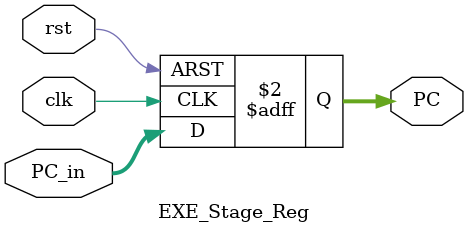
<source format=v>
module EXE_Stage_Reg(input clk, rst, input[31:0] PC_in, output reg[31:0] PC);
    always @(posedge clk, posedge rst) begin
      if(rst) PC <= 32'b0;
      else PC <= PC_in;
    end
endmodule
</source>
